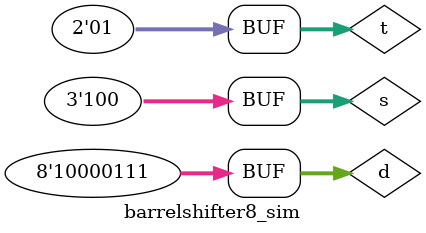
<source format=v>
`timescale 1ns / 1ps


module barrelshifter8_sim(

    );
    // input
    reg [7:0] d = 8'h00;
    reg [2:0] s = 3'b000;
    reg [1:0] t = 2'b00;
    
    //output 
    wire [7:0] q;
    
    barrelshifter8 ut(d,s,t,q);
    initial begin
      #50 d = 8'h87;
      #50 s = 3'b100;
      #50 t = 2'b10;
      #100 t = 2'b00;
      #100 t = 2'b01;
    end;       
endmodule

</source>
